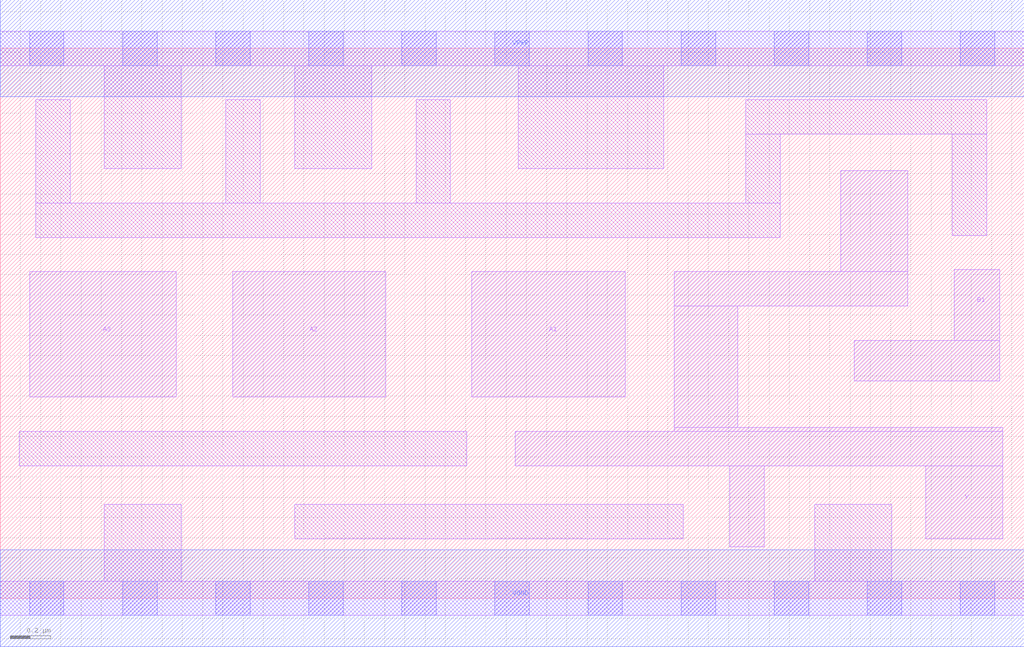
<source format=lef>
# Copyright 2020 The SkyWater PDK Authors
#
# Licensed under the Apache License, Version 2.0 (the "License");
# you may not use this file except in compliance with the License.
# You may obtain a copy of the License at
#
#     https://www.apache.org/licenses/LICENSE-2.0
#
# Unless required by applicable law or agreed to in writing, software
# distributed under the License is distributed on an "AS IS" BASIS,
# WITHOUT WARRANTIES OR CONDITIONS OF ANY KIND, either express or implied.
# See the License for the specific language governing permissions and
# limitations under the License.
#
# SPDX-License-Identifier: Apache-2.0

VERSION 5.7 ;
  NOWIREEXTENSIONATPIN ON ;
  DIVIDERCHAR "/" ;
  BUSBITCHARS "[]" ;
UNITS
  DATABASE MICRONS 200 ;
END UNITS
PROPERTYDEFINITIONS
  MACRO maskLayoutSubType STRING ;
  MACRO prCellType STRING ;
  MACRO originalViewName STRING ;
END PROPERTYDEFINITIONS
MACRO sky130_fd_sc_hdll__a31oi_2
  CLASS CORE ;
  FOREIGN sky130_fd_sc_hdll__a31oi_2 ;
  ORIGIN  0.000000  0.000000 ;
  SIZE  5.060000 BY  2.720000 ;
  SYMMETRY X Y R90 ;
  SITE unithd ;
  PIN A1
    ANTENNAGATEAREA  0.555000 ;
    DIRECTION INPUT ;
    USE SIGNAL ;
    PORT
      LAYER li1 ;
        RECT 2.330000 0.995000 3.090000 1.615000 ;
    END
  END A1
  PIN A2
    ANTENNAGATEAREA  0.555000 ;
    DIRECTION INPUT ;
    USE SIGNAL ;
    PORT
      LAYER li1 ;
        RECT 1.150000 0.995000 1.905000 1.615000 ;
    END
  END A2
  PIN A3
    ANTENNAGATEAREA  0.555000 ;
    DIRECTION INPUT ;
    USE SIGNAL ;
    PORT
      LAYER li1 ;
        RECT 0.145000 0.995000 0.870000 1.615000 ;
    END
  END A3
  PIN B1
    ANTENNAGATEAREA  0.555000 ;
    DIRECTION INPUT ;
    USE SIGNAL ;
    PORT
      LAYER li1 ;
        RECT 4.220000 1.075000 4.940000 1.275000 ;
        RECT 4.715000 1.275000 4.940000 1.625000 ;
    END
  END B1
  PIN VGND
    ANTENNADIFFAREA  0.468000 ;
    DIRECTION INOUT ;
    USE SIGNAL ;
    PORT
      LAYER met1 ;
        RECT 0.000000 -0.240000 5.060000 0.240000 ;
    END
  END VGND
  PIN VPWR
    ANTENNADIFFAREA  1.470000 ;
    DIRECTION INOUT ;
    USE SIGNAL ;
    PORT
      LAYER met1 ;
        RECT 0.000000 2.480000 5.060000 2.960000 ;
    END
  END VPWR
  PIN Y
    ANTENNADIFFAREA  1.007000 ;
    DIRECTION OUTPUT ;
    USE SIGNAL ;
    PORT
      LAYER li1 ;
        RECT 2.545000 0.655000 4.955000 0.825000 ;
        RECT 3.330000 0.825000 4.955000 0.845000 ;
        RECT 3.330000 0.845000 3.645000 1.445000 ;
        RECT 3.330000 1.445000 4.485000 1.615000 ;
        RECT 3.605000 0.255000 3.775000 0.655000 ;
        RECT 4.155000 1.615000 4.485000 2.115000 ;
        RECT 4.575000 0.295000 4.955000 0.655000 ;
    END
  END Y
  OBS
    LAYER li1 ;
      RECT 0.000000 -0.085000 5.060000 0.085000 ;
      RECT 0.000000  2.635000 5.060000 2.805000 ;
      RECT 0.095000  0.655000 2.305000 0.825000 ;
      RECT 0.175000  1.785000 3.855000 1.955000 ;
      RECT 0.175000  1.955000 0.345000 2.465000 ;
      RECT 0.515000  0.085000 0.895000 0.465000 ;
      RECT 0.515000  2.125000 0.895000 2.635000 ;
      RECT 1.115000  1.955000 1.285000 2.465000 ;
      RECT 1.455000  0.295000 3.375000 0.465000 ;
      RECT 1.455000  2.125000 1.835000 2.635000 ;
      RECT 2.055000  1.955000 2.225000 2.465000 ;
      RECT 2.560000  2.125000 3.280000 2.635000 ;
      RECT 3.685000  1.955000 3.855000 2.295000 ;
      RECT 3.685000  2.295000 4.875000 2.465000 ;
      RECT 4.025000  0.085000 4.405000 0.465000 ;
      RECT 4.705000  1.795000 4.875000 2.295000 ;
    LAYER mcon ;
      RECT 0.145000 -0.085000 0.315000 0.085000 ;
      RECT 0.145000  2.635000 0.315000 2.805000 ;
      RECT 0.605000 -0.085000 0.775000 0.085000 ;
      RECT 0.605000  2.635000 0.775000 2.805000 ;
      RECT 1.065000 -0.085000 1.235000 0.085000 ;
      RECT 1.065000  2.635000 1.235000 2.805000 ;
      RECT 1.525000 -0.085000 1.695000 0.085000 ;
      RECT 1.525000  2.635000 1.695000 2.805000 ;
      RECT 1.985000 -0.085000 2.155000 0.085000 ;
      RECT 1.985000  2.635000 2.155000 2.805000 ;
      RECT 2.445000 -0.085000 2.615000 0.085000 ;
      RECT 2.445000  2.635000 2.615000 2.805000 ;
      RECT 2.905000 -0.085000 3.075000 0.085000 ;
      RECT 2.905000  2.635000 3.075000 2.805000 ;
      RECT 3.365000 -0.085000 3.535000 0.085000 ;
      RECT 3.365000  2.635000 3.535000 2.805000 ;
      RECT 3.825000 -0.085000 3.995000 0.085000 ;
      RECT 3.825000  2.635000 3.995000 2.805000 ;
      RECT 4.285000 -0.085000 4.455000 0.085000 ;
      RECT 4.285000  2.635000 4.455000 2.805000 ;
      RECT 4.745000 -0.085000 4.915000 0.085000 ;
      RECT 4.745000  2.635000 4.915000 2.805000 ;
  END
  PROPERTY maskLayoutSubType "abstract" ;
  PROPERTY prCellType "standard" ;
  PROPERTY originalViewName "layout" ;
END sky130_fd_sc_hdll__a31oi_2
END LIBRARY

</source>
